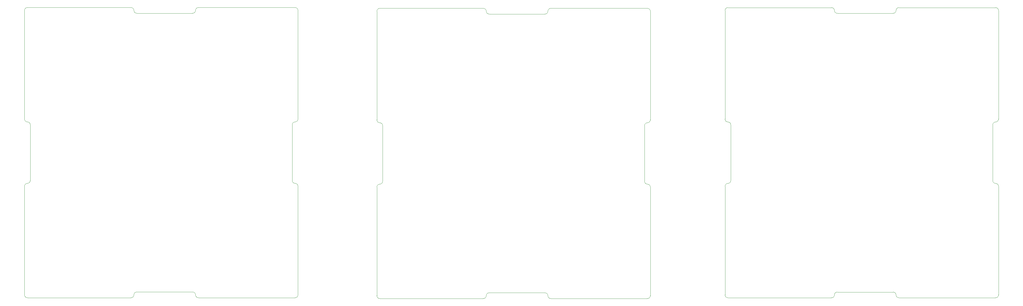
<source format=gbr>
%TF.GenerationSoftware,KiCad,Pcbnew,9.0.3*%
%TF.CreationDate,2025-07-26T14:09:02-04:00*%
%TF.ProjectId,Avionics,4176696f-6e69-4637-932e-6b696361645f,V0.8*%
%TF.SameCoordinates,Original*%
%TF.FileFunction,Profile,NP*%
%FSLAX46Y46*%
G04 Gerber Fmt 4.6, Leading zero omitted, Abs format (unit mm)*
G04 Created by KiCad (PCBNEW 9.0.3) date 2025-07-26 14:09:02*
%MOMM*%
%LPD*%
G01*
G04 APERTURE LIST*
%TA.AperFunction,Profile*%
%ADD10C,0.100000*%
%TD*%
G04 APERTURE END LIST*
D10*
X146034999Y-92927499D02*
G75*
G02*
X145082501Y-91974999I1J952499D01*
G01*
X324817999Y-36762699D02*
X343232999Y-36762699D01*
X58722499Y-91974999D02*
G75*
G02*
X57769999Y-92927499I-952499J-1D01*
G01*
X146034999Y-34837699D02*
G75*
G02*
X146987501Y-35790199I1J-952501D01*
G01*
X208112999Y-35107699D02*
G75*
G02*
X209065501Y-36060199I1J-952501D01*
G01*
X56817499Y-35790199D02*
X56817499Y-71680399D01*
X322912999Y-34857699D02*
G75*
G02*
X323865501Y-35810199I1J-952501D01*
G01*
X174902499Y-92244999D02*
G75*
G02*
X173949999Y-93197499I-952499J-1D01*
G01*
X173949999Y-130992699D02*
G75*
G02*
X172997501Y-130040199I1J952499D01*
G01*
X345137999Y-130742699D02*
X377014999Y-130742699D01*
X146987499Y-71680399D02*
G75*
G02*
X146034999Y-72632899I-952499J-1D01*
G01*
X172997499Y-36060199D02*
G75*
G02*
X173949999Y-35107699I952501J-1D01*
G01*
X56817499Y-93879999D02*
G75*
G02*
X57769999Y-92927499I952501J-1D01*
G01*
X377014999Y-92947499D02*
G75*
G02*
X377967501Y-93899999I1J-952501D01*
G01*
X345137999Y-34857699D02*
X377014999Y-34857699D01*
X345137999Y-130742699D02*
G75*
G02*
X344185501Y-129790199I1J952499D01*
G01*
X263167499Y-130040199D02*
G75*
G02*
X262214999Y-130992699I-952499J-1D01*
G01*
X288749999Y-130742699D02*
G75*
G02*
X287797501Y-129790199I1J952499D01*
G01*
X114157999Y-34837699D02*
X146034999Y-34837699D01*
X230337999Y-130992699D02*
X262214999Y-130992699D01*
X289702499Y-91994999D02*
G75*
G02*
X288749999Y-92947499I-952499J-1D01*
G01*
X172997499Y-94149999D02*
X172997499Y-130040199D01*
X173949999Y-130992699D02*
X208112999Y-130992699D01*
X377967499Y-35810199D02*
X377967499Y-71700399D01*
X287797499Y-35810199D02*
G75*
G02*
X288749999Y-34857699I952501J-1D01*
G01*
X173949999Y-35107699D02*
X208112999Y-35107699D01*
X57769999Y-34837699D02*
X91932999Y-34837699D01*
X377014999Y-34857699D02*
G75*
G02*
X377967501Y-35810199I1J-952501D01*
G01*
X145082499Y-73585399D02*
G75*
G02*
X146034999Y-72632899I952501J-1D01*
G01*
X112252999Y-128817699D02*
G75*
G02*
X113205501Y-129770199I1J-952501D01*
G01*
X262214999Y-93197499D02*
G75*
G02*
X263167501Y-94149999I1J-952501D01*
G01*
X146987499Y-35790199D02*
X146987499Y-71680399D01*
X209065499Y-130040199D02*
G75*
G02*
X210017999Y-129087699I952501J-1D01*
G01*
X230337999Y-130992699D02*
G75*
G02*
X229385501Y-130040199I1J952499D01*
G01*
X93837999Y-128817699D02*
X112252999Y-128817699D01*
X377967499Y-93899999D02*
X377967499Y-129790199D01*
X287797499Y-93899999D02*
G75*
G02*
X288749999Y-92947499I952501J-1D01*
G01*
X230337999Y-35107699D02*
X262214999Y-35107699D01*
X57769999Y-72632899D02*
G75*
G02*
X58722501Y-73585399I1J-952501D01*
G01*
X58722499Y-73585399D02*
X58722499Y-91974999D01*
X113205499Y-35790199D02*
G75*
G02*
X114157999Y-34837699I952501J-1D01*
G01*
X376062499Y-73605399D02*
G75*
G02*
X377014999Y-72652899I952501J-1D01*
G01*
X288749999Y-130742699D02*
X322912999Y-130742699D01*
X92885499Y-129770199D02*
G75*
G02*
X91932999Y-130722699I-952499J-1D01*
G01*
X57769999Y-130722699D02*
X91932999Y-130722699D01*
X377967499Y-129790199D02*
G75*
G02*
X377014999Y-130742699I-952499J-1D01*
G01*
X229385499Y-36060199D02*
G75*
G02*
X228432999Y-37012699I-952499J-1D01*
G01*
X91932999Y-34837699D02*
G75*
G02*
X92885501Y-35790199I1J-952501D01*
G01*
X56817499Y-35790199D02*
G75*
G02*
X57769999Y-34837699I952501J-1D01*
G01*
X323865499Y-129790199D02*
G75*
G02*
X324817999Y-128837699I952501J-1D01*
G01*
X174902499Y-73855399D02*
X174902499Y-92244999D01*
X172997499Y-94149999D02*
G75*
G02*
X173949999Y-93197499I952501J-1D01*
G01*
X262214999Y-35107699D02*
G75*
G02*
X263167501Y-36060199I1J-952501D01*
G01*
X146034999Y-92927499D02*
G75*
G02*
X146987501Y-93879999I1J-952501D01*
G01*
X262214999Y-93197499D02*
G75*
G02*
X261262501Y-92244999I1J952499D01*
G01*
X288749999Y-34857699D02*
X322912999Y-34857699D01*
X93837999Y-36742699D02*
G75*
G02*
X92885501Y-35790199I1J952499D01*
G01*
X228432999Y-129087699D02*
G75*
G02*
X229385501Y-130040199I1J-952501D01*
G01*
X210017999Y-37012699D02*
G75*
G02*
X209065501Y-36060199I1J952499D01*
G01*
X377014999Y-92947499D02*
G75*
G02*
X376062501Y-91994999I1J952499D01*
G01*
X376062499Y-73605399D02*
X376062499Y-91994999D01*
X57769999Y-72632899D02*
G75*
G02*
X56817501Y-71680399I1J952499D01*
G01*
X287797499Y-93899999D02*
X287797499Y-129790199D01*
X343232999Y-128837699D02*
G75*
G02*
X344185501Y-129790199I1J-952501D01*
G01*
X209065499Y-130040199D02*
G75*
G02*
X208112999Y-130992699I-952499J-1D01*
G01*
X145082499Y-73585399D02*
X145082499Y-91974999D01*
X229385499Y-36060199D02*
G75*
G02*
X230337999Y-35107699I952501J-1D01*
G01*
X344185499Y-35810199D02*
G75*
G02*
X343232999Y-36762699I-952499J-1D01*
G01*
X114157999Y-130722699D02*
G75*
G02*
X113205501Y-129770199I1J952499D01*
G01*
X263167499Y-94149999D02*
X263167499Y-130040199D01*
X263167499Y-36060199D02*
X263167499Y-71950399D01*
X114157999Y-130722699D02*
X146034999Y-130722699D01*
X288749999Y-72652899D02*
G75*
G02*
X289702501Y-73605399I1J-952501D01*
G01*
X377967499Y-71700399D02*
G75*
G02*
X377014999Y-72652899I-952499J-1D01*
G01*
X263167499Y-71950399D02*
G75*
G02*
X262214999Y-72902899I-952499J-1D01*
G01*
X172997499Y-36060199D02*
X172997499Y-71950399D01*
X146987499Y-93879999D02*
X146987499Y-129770199D01*
X289702499Y-73605399D02*
X289702499Y-91994999D01*
X288749999Y-72652899D02*
G75*
G02*
X287797501Y-71700399I1J952499D01*
G01*
X324817999Y-128837699D02*
X343232999Y-128837699D01*
X323865499Y-129790199D02*
G75*
G02*
X322912999Y-130742699I-952499J-1D01*
G01*
X287797499Y-35810199D02*
X287797499Y-71700399D01*
X93837999Y-36742699D02*
X112252999Y-36742699D01*
X344185499Y-35810199D02*
G75*
G02*
X345137999Y-34857699I952501J-1D01*
G01*
X173949999Y-72902899D02*
G75*
G02*
X174902501Y-73855399I1J-952501D01*
G01*
X261262499Y-73855399D02*
X261262499Y-92244999D01*
X173949999Y-72902899D02*
G75*
G02*
X172997501Y-71950399I1J952499D01*
G01*
X261262499Y-73855399D02*
G75*
G02*
X262214999Y-72902899I952501J-1D01*
G01*
X92885499Y-129770199D02*
G75*
G02*
X93837999Y-128817699I952501J-1D01*
G01*
X210017999Y-129087699D02*
X228432999Y-129087699D01*
X56817499Y-93879999D02*
X56817499Y-129770199D01*
X57769999Y-130722699D02*
G75*
G02*
X56817501Y-129770199I1J952499D01*
G01*
X324817999Y-36762699D02*
G75*
G02*
X323865501Y-35810199I1J952499D01*
G01*
X210017999Y-37012699D02*
X228432999Y-37012699D01*
X113205499Y-35790199D02*
G75*
G02*
X112252999Y-36742699I-952499J-1D01*
G01*
X146987499Y-129770199D02*
G75*
G02*
X146034999Y-130722699I-952499J-1D01*
G01*
M02*

</source>
